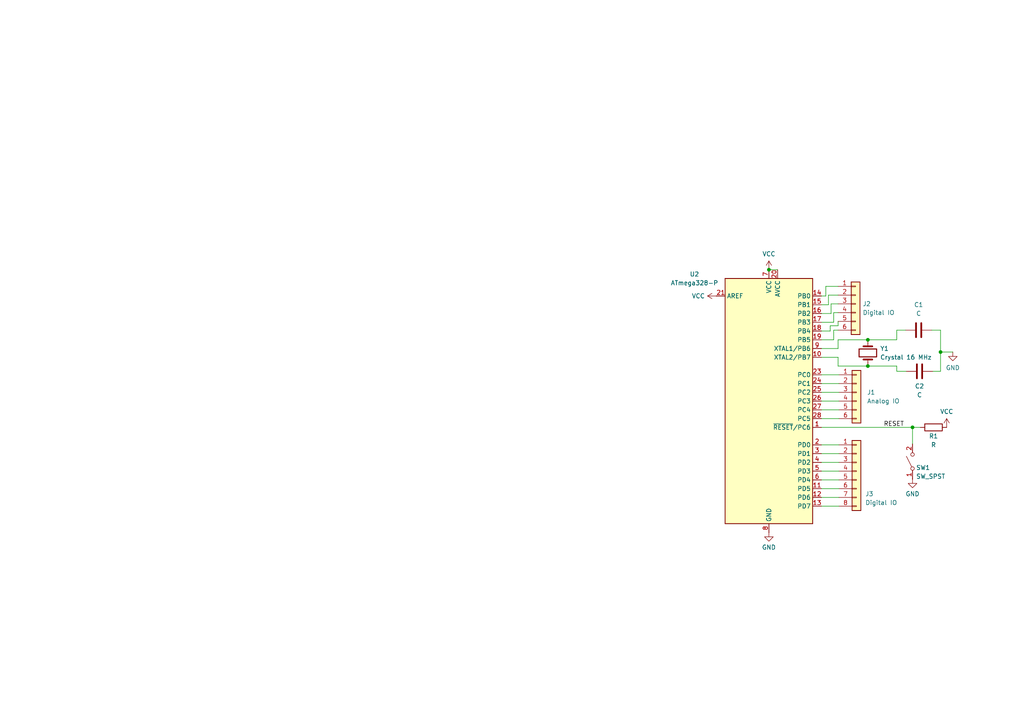
<source format=kicad_sch>
(kicad_sch (version 20231120) (generator "eeschema") (generator_version "8.0")
  (paper "A4")
  (lib_symbols
    (symbol "Connector_Generic:Conn_01x06" (pin_names (offset 1.016) hide)
      (property "Reference" "J" (at 0 7.62 0))
      (property "Value" "Conn_01x06" (at 0 -10.16 0))
      (symbol "Conn_01x06_1_1"
        (rectangle (start -1.27 -7.493) (end 0 -7.747) (stroke (width 0.1524)))
        (rectangle (start -1.27 -4.953) (end 0 -5.207) (stroke (width 0.1524)))
        (rectangle (start -1.27 -2.413) (end 0 -2.667) (stroke (width 0.1524)))
        (rectangle (start -1.27 0.127) (end 0 -0.127) (stroke (width 0.1524)))
        (rectangle (start -1.27 2.667) (end 0 2.413) (stroke (width 0.1524)))
        (rectangle (start -1.27 5.207) (end 0 4.953) (stroke (width 0.1524)))
        (rectangle (start -1.27 6.35) (end 1.27 -8.89) (stroke (width 0.254)) (fill (type background)))
        (pin passive line (at -5.08 5.08 0) (length 3.81) (name "Pin_1") (number "1"))
        (pin passive line (at -5.08 2.54 0) (length 3.81) (name "Pin_2") (number "2"))
        (pin passive line (at -5.08 0 0) (length 3.81) (name "Pin_3") (number "3"))
        (pin passive line (at -5.08 -2.54 0) (length 3.81) (name "Pin_4") (number "4"))
        (pin passive line (at -5.08 -5.08 0) (length 3.81) (name "Pin_5") (number "5"))
        (pin passive line (at -5.08 -7.62 0) (length 3.81) (name "Pin_6") (number "6"))
      )
    )
    (symbol "Connector_Generic:Conn_01x08" (pin_names (offset 1.016) hide)
      (property "Reference" "J" (at 0 10.16 0))
      (property "Value" "Conn_01x08" (at 0 -12.7 0))
      (symbol "Conn_01x08_1_1"
        (rectangle (start -1.27 -10.033) (end 0 -10.287) (stroke (width 0.1524)))
        (rectangle (start -1.27 -7.493) (end 0 -7.747) (stroke (width 0.1524)))
        (rectangle (start -1.27 -4.953) (end 0 -5.207) (stroke (width 0.1524)))
        (rectangle (start -1.27 -2.413) (end 0 -2.667) (stroke (width 0.1524)))
        (rectangle (start -1.27 0.127) (end 0 -0.127) (stroke (width 0.1524)))
        (rectangle (start -1.27 2.667) (end 0 2.413) (stroke (width 0.1524)))
        (rectangle (start -1.27 5.207) (end 0 4.953) (stroke (width 0.1524)))
        (rectangle (start -1.27 7.747) (end 0 7.493) (stroke (width 0.1524)))
        (rectangle (start -1.27 8.89) (end 1.27 -11.43) (stroke (width 0.254)) (fill (type background)))
        (pin passive line (at -5.08 7.62 0) (length 3.81) (name "Pin_1") (number "1"))
        (pin passive line (at -5.08 5.08 0) (length 3.81) (name "Pin_2") (number "2"))
        (pin passive line (at -5.08 2.54 0) (length 3.81) (name "Pin_3") (number "3"))
        (pin passive line (at -5.08 0 0) (length 3.81) (name "Pin_4") (number "4"))
        (pin passive line (at -5.08 -2.54 0) (length 3.81) (name "Pin_5") (number "5"))
        (pin passive line (at -5.08 -5.08 0) (length 3.81) (name "Pin_6") (number "6"))
        (pin passive line (at -5.08 -7.62 0) (length 3.81) (name "Pin_7") (number "7"))
        (pin passive line (at -5.08 -10.16 0) (length 3.81) (name "Pin_8") (number "8"))
      )
    )
    (symbol "Device:C" (pin_numbers hide) (pin_names (offset 0.254))
      (property "Reference" "C" (at 0.635 2.54 0))
      (property "Value" "C" (at 0.635 -2.54 0))
      (symbol "C_0_1"
        (polyline (pts (xy -2.032 -0.762) (xy 2.032 -0.762)) (stroke (width 0.508)))
        (polyline (pts (xy -2.032 0.762) (xy 2.032 0.762)) (stroke (width 0.508)))
      )
      (symbol "C_1_1"
        (pin passive line (at 0 3.81 270) (length 2.794) (name "~") (number "1"))
        (pin passive line (at 0 -3.81 90) (length 2.794) (name "~") (number "2"))
      )
    )
    (symbol "Device:Crystal" (pin_numbers hide) (pin_names (offset 1.016) hide)
      (property "Reference" "Y" (at 0 3.81 0))
      (property "Value" "Crystal" (at 0 -3.81 0))
      (symbol "Crystal_0_1"
        (rectangle (start -1.143 2.54) (end 1.143 -2.54) (stroke (width 0.3048)))
        (polyline (pts (xy -2.54 0) (xy -1.905 0)))
        (polyline (pts (xy -1.905 -1.27) (xy -1.905 1.27)) (stroke (width 0.508)))
        (polyline (pts (xy 1.905 -1.27) (xy 1.905 1.27)) (stroke (width 0.508)))
        (polyline (pts (xy 2.54 0) (xy 1.905 0)))
      )
      (symbol "Crystal_1_1"
        (pin passive line (at -3.81 0 0) (length 1.27) (name "1") (number "1"))
        (pin passive line (at 3.81 0 180) (length 1.27) (name "2") (number "2"))
      )
    )
    (symbol "Device:R" (pin_numbers hide) (pin_names (offset 0))
      (property "Reference" "R" (at 2.032 0 90))
      (property "Value" "R" (at 0 0 90))
      (symbol "R_0_1"
        (rectangle (start -1.016 -2.54) (end 1.016 2.54) (stroke (width 0.254)))
      )
      (symbol "R_1_1"
        (pin passive line (at 0 3.81 270) (length 1.27) (name "~") (number "1"))
        (pin passive line (at 0 -3.81 90) (length 1.27) (name "~") (number "2"))
      )
    )
    (symbol "MCU_Microchip_ATmega:ATmega328-P"
      (property "Reference" "U" (at -12.7 36.83 0))
      (property "Value" "ATmega328-P" (at 2.54 -36.83 0))
      (symbol "ATmega328-P_0_1"
        (rectangle (start -12.7 -35.56) (end 12.7 35.56) (stroke (width 0.254)) (fill (type background)))
      )
      (symbol "ATmega328-P_1_1"
        (pin bidirectional line (at 15.24 -7.62 180) (length 2.54) (name "~{RESET}/PC6") (number "1"))
        (pin bidirectional line (at 15.24 12.7 180) (length 2.54) (name "XTAL2/PB7") (number "10"))
        (pin bidirectional line (at 15.24 -25.4 180) (length 2.54) (name "PD5") (number "11"))
        (pin bidirectional line (at 15.24 -27.94 180) (length 2.54) (name "PD6") (number "12"))
        (pin bidirectional line (at 15.24 -30.48 180) (length 2.54) (name "PD7") (number "13"))
        (pin bidirectional line (at 15.24 30.48 180) (length 2.54) (name "PB0") (number "14"))
        (pin bidirectional line (at 15.24 27.94 180) (length 2.54) (name "PB1") (number "15"))
        (pin bidirectional line (at 15.24 25.4 180) (length 2.54) (name "PB2") (number "16"))
        (pin bidirectional line (at 15.24 22.86 180) (length 2.54) (name "PB3") (number "17"))
        (pin bidirectional line (at 15.24 20.32 180) (length 2.54) (name "PB4") (number "18"))
        (pin bidirectional line (at 15.24 17.78 180) (length 2.54) (name "PB5") (number "19"))
        (pin bidirectional line (at 15.24 -12.7 180) (length 2.54) (name "PD0") (number "2"))
        (pin power_in line (at 2.54 38.1 270) (length 2.54) (name "AVCC") (number "20"))
        (pin passive line (at -15.24 30.48 0) (length 2.54) (name "AREF") (number "21"))
        (pin passive line (at 0 -38.1 90) (length 2.54) hide (name "GND") (number "22"))
        (pin bidirectional line (at 15.24 7.62 180) (length 2.54) (name "PC0") (number "23"))
        (pin bidirectional line (at 15.24 5.08 180) (length 2.54) (name "PC1") (number "24"))
        (pin bidirectional line (at 15.24 2.54 180) (length 2.54) (name "PC2") (number "25"))
        (pin bidirectional line (at 15.24 0 180) (length 2.54) (name "PC3") (number "26"))
        (pin bidirectional line (at 15.24 -2.54 180) (length 2.54) (name "PC4") (number "27"))
        (pin bidirectional line (at 15.24 -5.08 180) (length 2.54) (name "PC5") (number "28"))
        (pin bidirectional line (at 15.24 -15.24 180) (length 2.54) (name "PD1") (number "3"))
        (pin bidirectional line (at 15.24 -17.78 180) (length 2.54) (name "PD2") (number "4"))
        (pin bidirectional line (at 15.24 -20.32 180) (length 2.54) (name "PD3") (number "5"))
        (pin bidirectional line (at 15.24 -22.86 180) (length 2.54) (name "PD4") (number "6"))
        (pin power_in line (at 0 38.1 270) (length 2.54) (name "VCC") (number "7"))
        (pin power_in line (at 0 -38.1 90) (length 2.54) (name "GND") (number "8"))
        (pin bidirectional line (at 15.24 15.24 180) (length 2.54) (name "XTAL1/PB6") (number "9"))
      )
    )
    (symbol "Switch:SW_SPST" (pin_names (offset 0) hide)
      (property "Reference" "SW" (at 0 3.175 0))
      (property "Value" "SW_SPST" (at 0 -2.54 0))
      (symbol "SW_SPST_0_0"
        (circle (center -2.032 0) (radius 0.508))
        (polyline (pts (xy -1.524 0.254) (xy 1.524 1.778)))
        (circle (center 2.032 0) (radius 0.508))
      )
      (symbol "SW_SPST_1_1"
        (pin passive line (at -5.08 0 0) (length 2.54) (name "A") (number "1"))
        (pin passive line (at 5.08 0 180) (length 2.54) (name "B") (number "2"))
      )
    )
    (symbol "power:GND" (power) (pin_numbers hide) (pin_names (offset 0) hide)
      (property "Value" "GND" (at 0 -3.81 0))
      (symbol "GND_0_1"
        (polyline (pts (xy 0 0) (xy 0 -1.27) (xy 1.27 -1.27) (xy 0 -2.54) (xy -1.27 -1.27) (xy 0 -1.27)))
      )
      (symbol "GND_1_1"
        (pin power_in line (at 0 0 270) (length 0) (name "~") (number "1"))
      )
    )
    (symbol "power:VCC" (power) (pin_numbers hide) (pin_names (offset 0) hide)
      (property "Value" "VCC" (at 0 3.556 0))
      (symbol "VCC_0_1"
        (polyline (pts (xy -0.762 1.27) (xy 0 2.54)))
        (polyline (pts (xy 0 0) (xy 0 2.54)))
        (polyline (pts (xy 0 2.54) (xy 0.762 1.27)))
      )
      (symbol "VCC_1_1"
        (pin power_in line (at 0 0 90) (length 0) (name "~") (number "1"))
      )
    )
  )
  (junction (at 264.668 123.952))
  (junction (at 251.714 98.552))
  (junction (at 223.012 78.232))
  (junction (at 272.796 102.108))
  (junction (at 251.714 106.172))
  (wire (pts (xy 238.252 121.412) (xy 243.332 121.412)))
  (wire (pts (xy 264.668 128.778) (xy 264.668 123.952)))
  (wire (pts (xy 238.252 123.952) (xy 264.668 123.952)))
  (wire (pts (xy 243.078 98.552) (xy 243.078 101.092)))
  (wire (pts (xy 239.522 85.852) (xy 239.522 83.058)))
  (wire (pts (xy 238.252 139.192) (xy 243.332 139.192)))
  (wire (pts (xy 238.252 111.252) (xy 243.332 111.252)))
  (wire (pts (xy 238.252 103.632) (xy 243.078 103.632)))
  (wire (pts (xy 260.096 106.172) (xy 260.096 107.696)))
  (wire (pts (xy 238.252 146.812) (xy 243.332 146.812)))
  (wire (pts (xy 238.252 116.332) (xy 243.332 116.332)))
  (wire (pts (xy 243.078 98.552) (xy 251.714 98.552)))
  (wire (pts (xy 238.252 131.572) (xy 243.332 131.572)))
  (wire (pts (xy 251.714 98.552) (xy 260.096 98.552)))
  (wire (pts (xy 276.352 102.108) (xy 272.796 102.108)))
  (wire (pts (xy 238.252 88.392) (xy 240.284 88.392)))
  (wire (pts (xy 238.252 101.092) (xy 243.078 101.092)))
  (wire (pts (xy 238.252 113.792) (xy 243.332 113.792)))
  (wire (pts (xy 241.808 98.552) (xy 241.808 95.758)))
  (wire (pts (xy 243.078 94.488) (xy 243.078 93.218)))
  (wire (pts (xy 238.252 96.012) (xy 240.792 96.012)))
  (wire (pts (xy 240.792 96.012) (xy 240.792 94.488)))
  (wire (pts (xy 272.796 95.758) (xy 272.796 102.108)))
  (wire (pts (xy 223.012 78.232) (xy 225.552 78.232)))
  (wire (pts (xy 270.256 95.758) (xy 272.796 95.758)))
  (wire (pts (xy 238.252 136.652) (xy 243.332 136.652)))
  (wire (pts (xy 238.252 144.272) (xy 243.332 144.272)))
  (wire (pts (xy 241.046 88.138) (xy 243.078 88.138)))
  (wire (pts (xy 243.078 106.172) (xy 251.714 106.172)))
  (wire (pts (xy 264.668 123.952) (xy 266.954 123.952)))
  (wire (pts (xy 240.284 88.392) (xy 240.284 85.598)))
  (wire (pts (xy 238.252 134.112) (xy 243.332 134.112)))
  (wire (pts (xy 241.808 93.472) (xy 241.808 90.678)))
  (wire (pts (xy 238.252 129.032) (xy 243.332 129.032)))
  (wire (pts (xy 272.796 102.108) (xy 272.796 107.696)))
  (wire (pts (xy 241.808 90.678) (xy 243.078 90.678)))
  (wire (pts (xy 238.252 118.872) (xy 243.332 118.872)))
  (wire (pts (xy 260.096 95.758) (xy 262.636 95.758)))
  (wire (pts (xy 243.078 103.632) (xy 243.078 106.172)))
  (wire (pts (xy 238.252 98.552) (xy 241.808 98.552)))
  (wire (pts (xy 238.252 90.932) (xy 241.046 90.932)))
  (wire (pts (xy 238.252 141.732) (xy 243.332 141.732)))
  (wire (pts (xy 251.714 106.172) (xy 260.096 106.172)))
  (wire (pts (xy 241.046 90.932) (xy 241.046 88.138)))
  (wire (pts (xy 272.796 107.696) (xy 270.51 107.696)))
  (wire (pts (xy 238.252 93.472) (xy 241.808 93.472)))
  (wire (pts (xy 241.808 95.758) (xy 243.078 95.758)))
  (wire (pts (xy 238.252 85.852) (xy 239.522 85.852)))
  (wire (pts (xy 239.522 83.058) (xy 243.078 83.058)))
  (wire (pts (xy 260.096 98.552) (xy 260.096 95.758)))
  (wire (pts (xy 260.096 107.696) (xy 262.89 107.696)))
  (wire (pts (xy 238.252 108.712) (xy 243.332 108.712)))
  (wire (pts (xy 240.792 94.488) (xy 243.078 94.488)))
  (wire (pts (xy 240.284 85.598) (xy 243.078 85.598)))
  (label "RESET" (at 256.286 123.952 0))
  (symbol (lib_id "MCU_Microchip_ATmega:ATmega328-P") (at 223.012 116.332 0) (unit 1)
    (property "Reference" "U2" (at 201.422 79.5334 0))
    (property "Value" "ATmega328-P" (at 201.422 82.0734 0))
    (property "Footprint" "Package_DIP:DIP-28_W7.62mm" (effects (hide yes)))
    (property "Datasheet" "http://ww1.microchip.com/downloads/en/DeviceDoc/ATmega328_P%20AVR%20MCU%20with%20picoPower%20Technology%20Data%20Sheet%2040001984A.pdf" (effects (hide yes)))
    (property "Description" "20MHz, 32kB Flash, 2kB SRAM, 1kB EEPROM, DIP-28" (effects (hide yes)))
  )
  (symbol (lib_id "Connector_Generic:Conn_01x08") (at 248.412 136.652 0) (unit 1)
    (property "Reference" "J3" (at 250.952 143.256 0) (effects (justify left)))
    (property "Value" "Digital IO" (at 250.952 145.796 0) (effects (justify left)))
    (property "Description" "Generic connector, single row, 01x08, script generated (kicad-library-utils/schlib/autogen/connector/)" (effects (hide yes)))
  )
  (symbol (lib_id "power:VCC") (at 207.772 85.852 90) (unit 1)
    (property "Reference" "#PWR05" (effects (hide yes)))
    (property "Value" "VCC" (at 204.47 85.8519 90) (effects (justify left)))
    (property "Description" "Power symbol creates a global label with name \"VCC\"" (effects (hide yes)))
  )
  (symbol (lib_id "power:VCC") (at 274.574 123.952 0) (unit 1)
    (property "Reference" "#PWR02" (effects (hide yes)))
    (property "Value" "VCC" (at 274.574 119.38 0))
    (property "Description" "Power symbol creates a global label with name \"VCC\"" (effects (hide yes)))
  )
  (symbol (lib_id "Device:C") (at 266.7 107.696 90) (unit 1)
    (property "Reference" "C2" (at 266.7 112.014 90))
    (property "Value" "C" (at 266.7 114.554 90))
    (property "Description" "Unpolarized capacitor" (effects (hide yes)))
  )
  (symbol (lib_id "power:VCC") (at 223.012 78.232 0) (unit 1)
    (property "Reference" "#PWR07" (effects (hide yes)))
    (property "Value" "VCC" (at 223.012 73.66 0))
    (property "Description" "Power symbol creates a global label with name \"VCC\"" (effects (hide yes)))
  )
  (symbol (lib_id "Connector_Generic:Conn_01x06") (at 248.412 113.792 0) (unit 1)
    (property "Reference" "J1" (at 251.46 113.7919 0) (effects (justify left)))
    (property "Value" "Analog IO" (at 251.46 116.3319 0) (effects (justify left)))
    (property "Description" "Generic connector, single row, 01x06, script generated (kicad-library-utils/schlib/autogen/connector/)" (effects (hide yes)))
  )
  (symbol (lib_id "Device:C") (at 266.446 95.758 90) (unit 1)
    (property "Reference" "C1" (at 266.446 88.392 90))
    (property "Value" "C" (at 266.446 90.932 90))
    (property "Description" "Unpolarized capacitor" (effects (hide yes)))
  )
  (symbol (lib_id "Switch:SW_SPST") (at 264.668 133.858 90) (unit 1)
    (property "Reference" "SW1" (at 265.684 135.636 90) (effects (justify right)))
    (property "Value" "SW_SPST" (at 265.684 138.176 90) (effects (justify right)))
    (property "Description" "Single Pole Single Throw (SPST) switch" (effects (hide yes)))
  )
  (symbol (lib_id "power:GND") (at 264.668 138.938 0) (unit 1)
    (property "Reference" "#PWR03" (effects (hide yes)))
    (property "Value" "GND" (at 264.668 143.256 0))
    (property "Description" "Power symbol creates a global label with name \"GND\" , ground" (effects (hide yes)))
  )
  (symbol (lib_id "power:GND") (at 223.012 154.432 0) (unit 1)
    (property "Reference" "#PWR06" (effects (hide yes)))
    (property "Value" "GND" (at 223.012 158.75 0))
    (property "Description" "Power symbol creates a global label with name \"GND\" , ground" (effects (hide yes)))
  )
  (symbol (lib_id "power:GND") (at 276.352 102.108 0) (unit 1)
    (property "Reference" "#PWR01" (effects (hide yes)))
    (property "Value" "GND" (at 276.352 106.68 0))
    (property "Description" "Power symbol creates a global label with name \"GND\" , ground" (effects (hide yes)))
  )
  (symbol (lib_id "Device:R") (at 270.764 123.952 90) (unit 1)
    (property "Reference" "R1" (at 270.764 126.492 90))
    (property "Value" "R" (at 270.764 129.032 90))
    (property "Description" "Resistor" (effects (hide yes)))
  )
  (symbol (lib_id "Connector_Generic:Conn_01x06") (at 248.158 88.138 0) (unit 1)
    (property "Reference" "J2" (at 250.19 88.1379 0) (effects (justify left)))
    (property "Value" "Digital IO" (at 250.19 90.6779 0) (effects (justify left)))
    (property "Description" "Generic connector, single row, 01x06, script generated (kicad-library-utils/schlib/autogen/connector/)" (effects (hide yes)))
  )
  (symbol (lib_id "Device:Crystal") (at 251.714 102.362 90) (unit 1)
    (property "Reference" "Y1" (at 255.27 101.0919 90) (effects (justify right)))
    (property "Value" "Crystal 16 MHz" (at 255.27 103.6319 90) (effects (justify right)))
    (property "Description" "Two pin crystal" (effects (hide yes)))
  )
)
</source>
